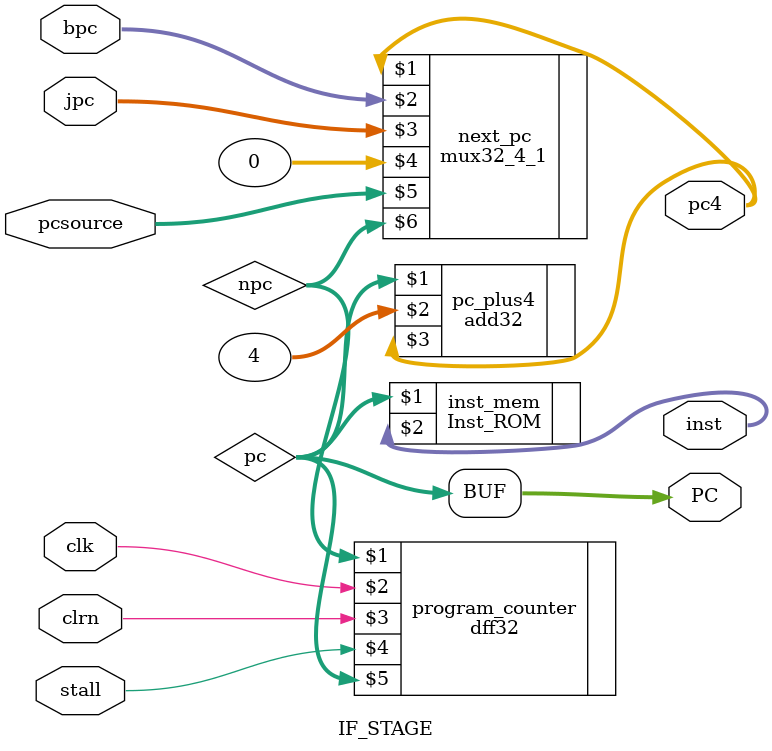
<source format=v>
`timescale 1ns / 1ps
module IF_STAGE(clk,clrn,stall, pcsource,bpc,jpc,pc4,inst, PC
    );
	 input clk, clrn, stall;
	 input [31:0] bpc,jpc;
	 input [1:0] pcsource;
	 
	 output [31:0] pc4,inst;
	 output [31:0] PC;
	 
	 wire [31:0] pc;
	 wire [31:0] npc;
	 
 	 dff32 program_counter(npc,clk,clrn, stall, pc);   //ÀûÓÃ32Î»µÄD´¥·¢Æ÷ÊµÏÖPC
	 add32 pc_plus4(pc,32'h4,pc4);//32Î»¼Ó·¨Æ÷£¬ÓÃÀ´¼ÆËãPC+4
	 mux32_4_1 next_pc(pc4,bpc,jpc,32'b0,pcsource,npc);//¸ù¾ÝpcsourceÐÅºÅÑ¡ÔñÏÂÒ»ÌõÖ¸ÁîµÄµØÖ·
	 Inst_ROM inst_mem(pc,inst); //Ö¸Áî´æ´¢Æ÷
	 
	 assign PC=pc;
	 
endmodule

</source>
